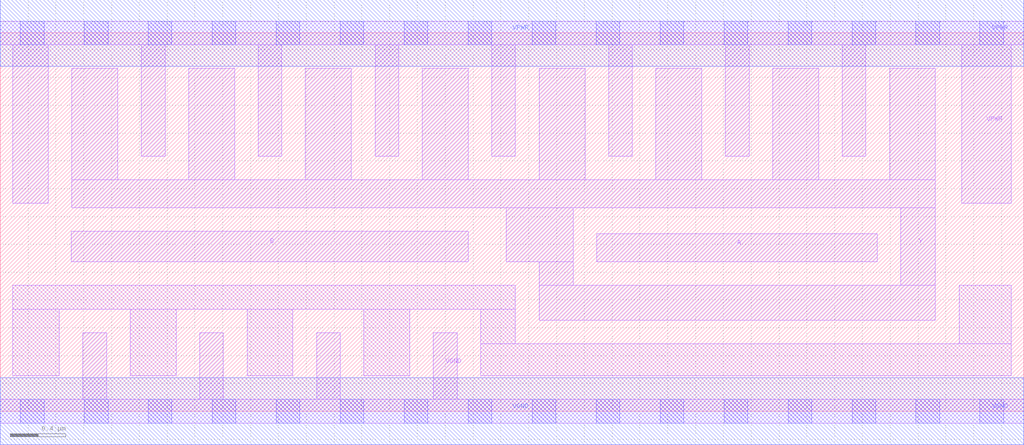
<source format=lef>
# Copyright 2020 The SkyWater PDK Authors
#
# Licensed under the Apache License, Version 2.0 (the "License");
# you may not use this file except in compliance with the License.
# You may obtain a copy of the License at
#
#     https://www.apache.org/licenses/LICENSE-2.0
#
# Unless required by applicable law or agreed to in writing, software
# distributed under the License is distributed on an "AS IS" BASIS,
# WITHOUT WARRANTIES OR CONDITIONS OF ANY KIND, either express or implied.
# See the License for the specific language governing permissions and
# limitations under the License.
#
# SPDX-License-Identifier: Apache-2.0

VERSION 5.7 ;
  NAMESCASESENSITIVE ON ;
  NOWIREEXTENSIONATPIN ON ;
  DIVIDERCHAR "/" ;
  BUSBITCHARS "[]" ;
UNITS
  DATABASE MICRONS 200 ;
END UNITS
MACRO sky130_fd_sc_hd__nand2_8
  CLASS CORE ;
  SOURCE USER ;
  FOREIGN sky130_fd_sc_hd__nand2_8 ;
  ORIGIN  0.000000  0.000000 ;
  SIZE  7.360000 BY  2.720000 ;
  SYMMETRY X Y R90 ;
  SITE unithd ;
  PIN A
    ANTENNAGATEAREA  1.980000 ;
    DIRECTION INPUT ;
    USE SIGNAL ;
    PORT
      LAYER li1 ;
        RECT 4.290000 1.075000 6.305000 1.275000 ;
    END
  END A
  PIN B
    ANTENNAGATEAREA  1.980000 ;
    DIRECTION INPUT ;
    USE SIGNAL ;
    PORT
      LAYER li1 ;
        RECT 0.510000 1.075000 3.365000 1.295000 ;
    END
  END B
  PIN Y
    ANTENNADIFFAREA  2.862000 ;
    DIRECTION OUTPUT ;
    USE SIGNAL ;
    PORT
      LAYER li1 ;
        RECT 0.515000 1.465000 6.725000 1.665000 ;
        RECT 0.515000 1.665000 0.845000 2.465000 ;
        RECT 1.355000 1.665000 1.685000 2.465000 ;
        RECT 2.195000 1.665000 2.525000 2.465000 ;
        RECT 3.035000 1.665000 3.365000 2.465000 ;
        RECT 3.640000 1.075000 4.120000 1.465000 ;
        RECT 3.875000 0.655000 6.725000 0.905000 ;
        RECT 3.875000 0.905000 4.120000 1.075000 ;
        RECT 3.875000 1.665000 4.205000 2.465000 ;
        RECT 4.715000 1.665000 5.045000 2.465000 ;
        RECT 5.555000 1.665000 5.885000 2.465000 ;
        RECT 6.395000 1.665000 6.725000 2.465000 ;
        RECT 6.475000 0.905000 6.725000 1.465000 ;
    END
  END Y
  PIN VGND
    DIRECTION INOUT ;
    SHAPE ABUTMENT ;
    USE GROUND ;
    PORT
      LAYER li1 ;
        RECT 0.000000 -0.085000 7.360000 0.085000 ;
        RECT 0.595000  0.085000 0.765000 0.565000 ;
        RECT 1.435000  0.085000 1.605000 0.565000 ;
        RECT 2.275000  0.085000 2.445000 0.565000 ;
        RECT 3.115000  0.085000 3.285000 0.565000 ;
      LAYER mcon ;
        RECT 0.145000 -0.085000 0.315000 0.085000 ;
        RECT 0.605000 -0.085000 0.775000 0.085000 ;
        RECT 1.065000 -0.085000 1.235000 0.085000 ;
        RECT 1.525000 -0.085000 1.695000 0.085000 ;
        RECT 1.985000 -0.085000 2.155000 0.085000 ;
        RECT 2.445000 -0.085000 2.615000 0.085000 ;
        RECT 2.905000 -0.085000 3.075000 0.085000 ;
        RECT 3.365000 -0.085000 3.535000 0.085000 ;
        RECT 3.825000 -0.085000 3.995000 0.085000 ;
        RECT 4.285000 -0.085000 4.455000 0.085000 ;
        RECT 4.745000 -0.085000 4.915000 0.085000 ;
        RECT 5.205000 -0.085000 5.375000 0.085000 ;
        RECT 5.665000 -0.085000 5.835000 0.085000 ;
        RECT 6.125000 -0.085000 6.295000 0.085000 ;
        RECT 6.585000 -0.085000 6.755000 0.085000 ;
        RECT 7.045000 -0.085000 7.215000 0.085000 ;
      LAYER met1 ;
        RECT 0.000000 -0.240000 7.360000 0.240000 ;
    END
  END VGND
  PIN VPWR
    DIRECTION INOUT ;
    SHAPE ABUTMENT ;
    USE POWER ;
    PORT
      LAYER li1 ;
        RECT 0.000000 2.635000 7.360000 2.805000 ;
        RECT 0.090000 1.495000 0.345000 2.635000 ;
        RECT 1.015000 1.835000 1.185000 2.635000 ;
        RECT 1.855000 1.835000 2.025000 2.635000 ;
        RECT 2.695000 1.835000 2.865000 2.635000 ;
        RECT 3.535000 1.835000 3.705000 2.635000 ;
        RECT 4.375000 1.835000 4.545000 2.635000 ;
        RECT 5.215000 1.835000 5.385000 2.635000 ;
        RECT 6.055000 1.835000 6.225000 2.635000 ;
        RECT 6.915000 1.495000 7.270000 2.635000 ;
      LAYER mcon ;
        RECT 0.145000 2.635000 0.315000 2.805000 ;
        RECT 0.605000 2.635000 0.775000 2.805000 ;
        RECT 1.065000 2.635000 1.235000 2.805000 ;
        RECT 1.525000 2.635000 1.695000 2.805000 ;
        RECT 1.985000 2.635000 2.155000 2.805000 ;
        RECT 2.445000 2.635000 2.615000 2.805000 ;
        RECT 2.905000 2.635000 3.075000 2.805000 ;
        RECT 3.365000 2.635000 3.535000 2.805000 ;
        RECT 3.825000 2.635000 3.995000 2.805000 ;
        RECT 4.285000 2.635000 4.455000 2.805000 ;
        RECT 4.745000 2.635000 4.915000 2.805000 ;
        RECT 5.205000 2.635000 5.375000 2.805000 ;
        RECT 5.665000 2.635000 5.835000 2.805000 ;
        RECT 6.125000 2.635000 6.295000 2.805000 ;
        RECT 6.585000 2.635000 6.755000 2.805000 ;
        RECT 7.045000 2.635000 7.215000 2.805000 ;
      LAYER met1 ;
        RECT 0.000000 2.480000 7.360000 2.960000 ;
    END
  END VPWR
  OBS
    LAYER li1 ;
      RECT 0.090000 0.255000 0.425000 0.735000 ;
      RECT 0.090000 0.735000 3.705000 0.905000 ;
      RECT 0.935000 0.255000 1.265000 0.735000 ;
      RECT 1.775000 0.255000 2.105000 0.735000 ;
      RECT 2.615000 0.255000 2.945000 0.735000 ;
      RECT 3.455000 0.255000 7.270000 0.485000 ;
      RECT 3.455000 0.485000 3.705000 0.735000 ;
      RECT 6.895000 0.485000 7.270000 0.905000 ;
  END
END sky130_fd_sc_hd__nand2_8
END LIBRARY

</source>
